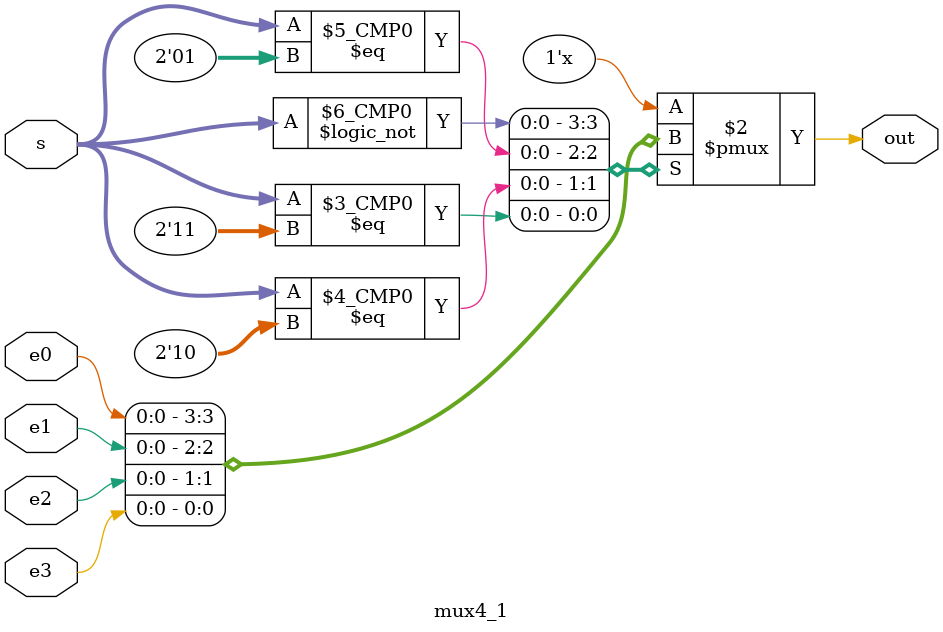
<source format=v>

module mux4_1 (output reg out, input wire e0, e1, e2, e3, input wire [1:0] s);

always@ (e0, e1, e2, e3, s)
	begin
	case(s)
		2'b00 : out = e0;
		2'b01 : out = e1;
		2'b10 : out = e2;
		2'b11 : out = e3;
		default: out = 1'bx;
	endcase
	end

endmodule


</source>
